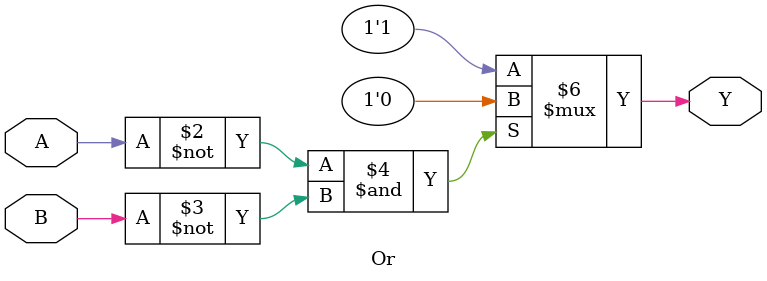
<source format=v>
module Or (Y, A, B);
input A, B;
output reg Y;

always@(A or B) begin
	if (A == 1'b0 & B == 1'b0) begin
		Y = 1'b0;
	end
	else
		Y = 1'b1;
end
endmodule

</source>
